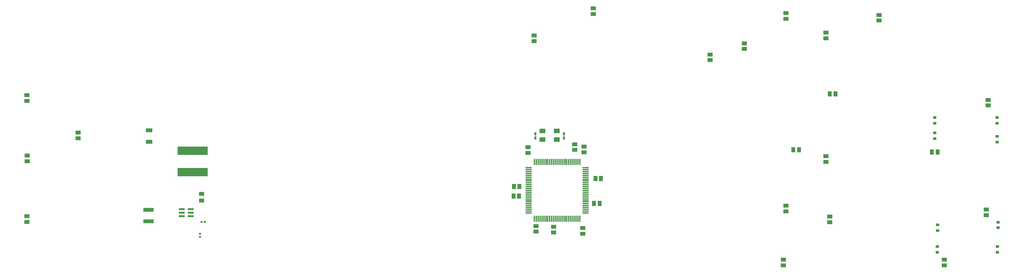
<source format=gtp>
G04 Layer_Color=8421504*
%FSLAX24Y24*%
%MOIN*%
G70*
G01*
G75*
%ADD10R,0.0551X0.0433*%
%ADD11R,0.0220X0.0240*%
%ADD12R,0.1060X0.0440*%
%ADD13R,0.0570X0.0440*%
%ADD14R,0.0710X0.0440*%
%ADD15R,0.3150X0.0866*%
%ADD16R,0.0240X0.0220*%
%ADD17R,0.0620X0.0220*%
%ADD18R,0.0433X0.0551*%
%ADD19O,0.0709X0.0118*%
%ADD20O,0.0118X0.0709*%
%ADD21R,0.0630X0.0512*%
%ADD22R,0.0236X0.0354*%
%ADD23R,0.0354X0.0276*%
D10*
X3022Y-33642D02*
D03*
Y-33051D02*
D03*
X74163Y-16161D02*
D03*
Y-16752D02*
D03*
X3022Y-20423D02*
D03*
Y-21014D02*
D03*
X8356Y-24321D02*
D03*
Y-24911D02*
D03*
X3031Y-26713D02*
D03*
Y-27303D02*
D03*
X77756Y-15000D02*
D03*
Y-15591D02*
D03*
X98573Y-38169D02*
D03*
Y-37579D02*
D03*
X81821Y-37589D02*
D03*
Y-38179D02*
D03*
X86240Y-13878D02*
D03*
Y-14468D02*
D03*
X91781Y-12028D02*
D03*
Y-12618D02*
D03*
X86250Y-26772D02*
D03*
Y-27362D02*
D03*
X82057Y-31939D02*
D03*
Y-32530D02*
D03*
X82067Y-11841D02*
D03*
Y-12431D02*
D03*
X102933Y-32352D02*
D03*
Y-32943D02*
D03*
X61998Y-11358D02*
D03*
Y-11949D02*
D03*
X86634Y-33091D02*
D03*
Y-33681D02*
D03*
X103130Y-20896D02*
D03*
Y-21486D02*
D03*
X57884Y-34734D02*
D03*
Y-34144D02*
D03*
X61024Y-25787D02*
D03*
Y-26378D02*
D03*
X55217Y-25846D02*
D03*
Y-26437D02*
D03*
X60069Y-25531D02*
D03*
Y-26122D02*
D03*
X56024Y-34656D02*
D03*
Y-34065D02*
D03*
X60896Y-34882D02*
D03*
Y-34291D02*
D03*
X55828Y-14184D02*
D03*
Y-14774D02*
D03*
D11*
X21529Y-33651D02*
D03*
X21199D02*
D03*
D12*
X15684Y-32381D02*
D03*
Y-33561D02*
D03*
D13*
X21214Y-31426D02*
D03*
Y-30716D02*
D03*
D14*
X15734Y-25271D02*
D03*
Y-24091D02*
D03*
D15*
X20284Y-26199D02*
D03*
Y-28443D02*
D03*
D16*
X21034Y-34866D02*
D03*
Y-35196D02*
D03*
D17*
X20064Y-32297D02*
D03*
Y-32671D02*
D03*
Y-33045D02*
D03*
X19144D02*
D03*
Y-32671D02*
D03*
Y-32297D02*
D03*
D18*
X97283Y-26348D02*
D03*
X97874D02*
D03*
X87244Y-20276D02*
D03*
X86654D02*
D03*
X83445Y-26102D02*
D03*
X82854D02*
D03*
X62657Y-31703D02*
D03*
X62067D02*
D03*
X53691Y-30955D02*
D03*
X54282D02*
D03*
X62815Y-29124D02*
D03*
X62224D02*
D03*
X53730Y-29931D02*
D03*
X54321D02*
D03*
D19*
X55266Y-27982D02*
D03*
Y-28179D02*
D03*
Y-28376D02*
D03*
Y-28573D02*
D03*
Y-28770D02*
D03*
Y-28967D02*
D03*
Y-29163D02*
D03*
Y-29360D02*
D03*
Y-29557D02*
D03*
Y-29754D02*
D03*
Y-29951D02*
D03*
Y-30148D02*
D03*
Y-30344D02*
D03*
Y-30541D02*
D03*
Y-30738D02*
D03*
Y-30935D02*
D03*
Y-31132D02*
D03*
Y-31329D02*
D03*
Y-31526D02*
D03*
Y-31722D02*
D03*
Y-31919D02*
D03*
Y-32116D02*
D03*
Y-32313D02*
D03*
Y-32510D02*
D03*
Y-32707D02*
D03*
X61211D02*
D03*
Y-32510D02*
D03*
Y-32313D02*
D03*
Y-32116D02*
D03*
Y-31919D02*
D03*
Y-31722D02*
D03*
Y-31526D02*
D03*
Y-31329D02*
D03*
Y-31132D02*
D03*
Y-30935D02*
D03*
Y-30738D02*
D03*
Y-30541D02*
D03*
Y-30344D02*
D03*
Y-30148D02*
D03*
Y-29951D02*
D03*
Y-29754D02*
D03*
Y-29557D02*
D03*
Y-29360D02*
D03*
Y-29163D02*
D03*
Y-28967D02*
D03*
Y-28770D02*
D03*
Y-28573D02*
D03*
Y-28376D02*
D03*
Y-28179D02*
D03*
Y-27982D02*
D03*
D20*
X55876Y-33317D02*
D03*
X56073D02*
D03*
X56270D02*
D03*
X56467D02*
D03*
X56663D02*
D03*
X56860D02*
D03*
X57057D02*
D03*
X57254D02*
D03*
X57451D02*
D03*
X57648D02*
D03*
X57844D02*
D03*
X58041D02*
D03*
X58238D02*
D03*
X58435D02*
D03*
X58632D02*
D03*
X58829D02*
D03*
X59026D02*
D03*
X59222D02*
D03*
X59419D02*
D03*
X59616D02*
D03*
X59813D02*
D03*
X60010D02*
D03*
X60207D02*
D03*
X60404D02*
D03*
X60600D02*
D03*
Y-27372D02*
D03*
X60404D02*
D03*
X60207D02*
D03*
X60010D02*
D03*
X59813D02*
D03*
X59616D02*
D03*
X59419D02*
D03*
X59222D02*
D03*
X59026D02*
D03*
X58829D02*
D03*
X58632D02*
D03*
X58435D02*
D03*
X58238D02*
D03*
X58041D02*
D03*
X57844D02*
D03*
X57648D02*
D03*
X57451D02*
D03*
X57254D02*
D03*
X57057D02*
D03*
X56860D02*
D03*
X56663D02*
D03*
X56467D02*
D03*
X56270D02*
D03*
X56073D02*
D03*
X55876D02*
D03*
D21*
X58209Y-25049D02*
D03*
X56713D02*
D03*
Y-24144D02*
D03*
X58209D02*
D03*
D22*
X58927Y-24892D02*
D03*
Y-24459D02*
D03*
X55965Y-24429D02*
D03*
Y-24862D02*
D03*
D23*
X97559Y-23346D02*
D03*
Y-22756D02*
D03*
Y-24931D02*
D03*
Y-24341D02*
D03*
X104065Y-25295D02*
D03*
Y-24705D02*
D03*
X104065Y-22746D02*
D03*
Y-23337D02*
D03*
X97884Y-34537D02*
D03*
Y-33947D02*
D03*
X97854Y-36801D02*
D03*
Y-36211D02*
D03*
X104163Y-34252D02*
D03*
Y-33661D02*
D03*
X104114Y-36801D02*
D03*
Y-36211D02*
D03*
M02*

</source>
